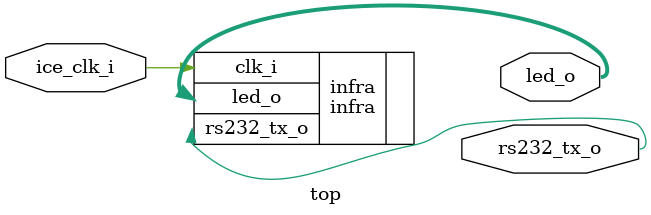
<source format=v>
module top(
	   input 	ice_clk_i,
	   output [7:0] led_o,
	   output 	rs232_tx_o
	   );
   
   infra infra (
		.clk_i (ice_clk_i),
		.led_o (led_o),
		.rs232_tx_o(rs232_tx_o)
		);

endmodule // top

   
   
   
    

</source>
